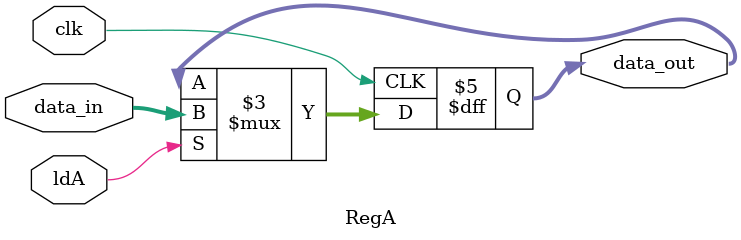
<source format=v>
`timescale 1ns / 1ps


module RegA(clk, ldA, data_in, data_out);
    input clk, ldA;
    input [15:0] data_in;
    
    output reg [15:0] data_out;
    
    always @(posedge clk)
        if(ldA) data_out <= data_in;
    
    initial begin
        $monitor("in A : %d", data_in);
    end

endmodule

</source>
